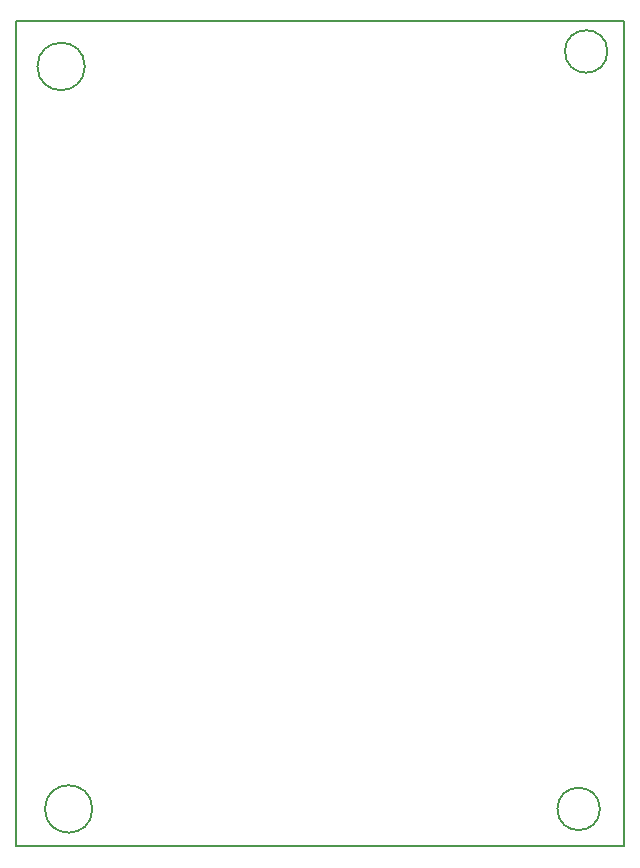
<source format=gbr>
G04 #@! TF.FileFunction,Profile,NP*
%FSLAX46Y46*%
G04 Gerber Fmt 4.6, Leading zero omitted, Abs format (unit mm)*
G04 Created by KiCad (PCBNEW 4.0.4-stable) date 02/23/17 00:53:12*
%MOMM*%
%LPD*%
G01*
G04 APERTURE LIST*
%ADD10C,0.100000*%
%ADD11C,0.150000*%
G04 APERTURE END LIST*
D10*
D11*
X111016051Y-29210000D02*
G75*
G03X111016051Y-29210000I-1796051J0D01*
G01*
X60960000Y-26670000D02*
X60960000Y-96520000D01*
X112395000Y-26670000D02*
X60960000Y-26670000D01*
X112395000Y-96520000D02*
X60960000Y-96520000D01*
X112395000Y-26670000D02*
X112395000Y-96520000D01*
X110381051Y-93345000D02*
G75*
G03X110381051Y-93345000I-1796051J0D01*
G01*
X67413046Y-93345000D02*
G75*
G03X67413046Y-93345000I-2008046J0D01*
G01*
X66778046Y-30480000D02*
G75*
G03X66778046Y-30480000I-2008046J0D01*
G01*
M02*

</source>
